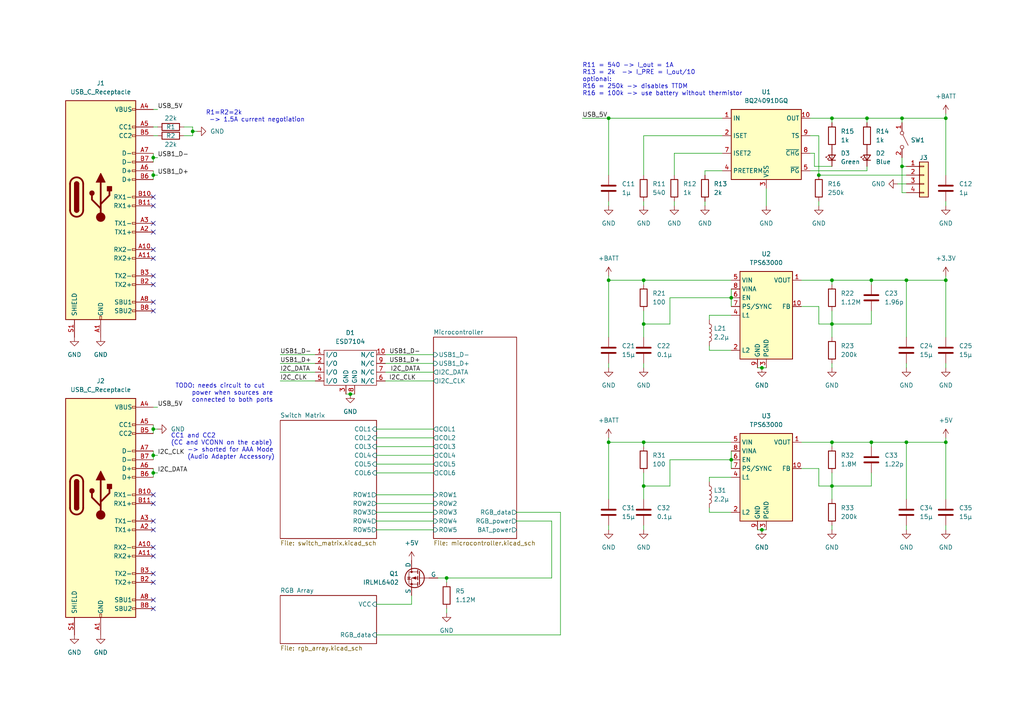
<source format=kicad_sch>
(kicad_sch (version 20230121) (generator eeschema)
  (paper "A4")
  (lib_symbols
    (symbol "Battery_Management:BQ24090DGQ"
      (property "Reference" "U" (at -9.398 13.462 0))
      (property "Value" "BQ24090DGQ" (at -3.81 11.43 0))
      (symbol "BQ24090DGQ_0_1"
        (rectangle (start -10.16 10.16) (end 10.16 -10.16) (stroke (width 0.254)) (fill (type background)))
      )
      (symbol "BQ24090DGQ_1_1"
        (pin power_in line (at -12.7 7.62 0) (length 2.54) (name "IN") (number "1"))
        (pin power_out line (at 12.7 7.62 180) (length 2.54) (name "OUT") (number "10"))
        (pin passive line (at 0 -12.7 90) (length 2.54) hide (name "VSS") (number "11"))
        (pin passive line (at -12.7 2.54 0) (length 2.54) (name "ISET") (number "2"))
        (pin power_in line (at 0 -12.7 90) (length 2.54) (name "VSS") (number "3"))
        (pin passive line (at -12.7 -7.62 0) (length 2.54) (name "PRETERM") (number "4"))
        (pin open_collector line (at 12.7 -7.62 180) (length 2.54) (name "~{PG}") (number "5"))
        (pin no_connect line (at 5.08 -10.16 90) (length 2.54) hide (name "NC") (number "6"))
        (pin passive line (at -12.7 -2.54 0) (length 2.54) (name "ISET2") (number "7"))
        (pin open_collector line (at 12.7 -2.54 180) (length 2.54) (name "~{CHG}") (number "8"))
        (pin passive line (at 12.7 2.54 180) (length 2.54) (name "TS") (number "9"))
      )
    )
    (symbol "Connector:USB_C_Receptacle" (pin_names (offset 1.016))
      (property "Reference" "J" (at -10.16 29.21 0))
      (property "Value" "USB_C_Receptacle" (at 10.16 29.21 0))
      (symbol "USB_C_Receptacle_0_0"
        (rectangle (start -0.254 -35.56) (end 0.254 -34.544))
        (rectangle (start 10.16 -32.766) (end 9.144 -33.274))
        (rectangle (start 10.16 -30.226) (end 9.144 -30.734))
        (rectangle (start 10.16 -25.146) (end 9.144 -25.654))
        (rectangle (start 10.16 -22.606) (end 9.144 -23.114))
        (rectangle (start 10.16 -17.526) (end 9.144 -18.034))
        (rectangle (start 10.16 -14.986) (end 9.144 -15.494))
        (rectangle (start 10.16 -9.906) (end 9.144 -10.414))
        (rectangle (start 10.16 -7.366) (end 9.144 -7.874))
        (rectangle (start 10.16 -2.286) (end 9.144 -2.794))
        (rectangle (start 10.16 0.254) (end 9.144 -0.254))
        (rectangle (start 10.16 5.334) (end 9.144 4.826))
        (rectangle (start 10.16 7.874) (end 9.144 7.366))
        (rectangle (start 10.16 10.414) (end 9.144 9.906))
        (rectangle (start 10.16 12.954) (end 9.144 12.446))
        (rectangle (start 10.16 18.034) (end 9.144 17.526))
        (rectangle (start 10.16 20.574) (end 9.144 20.066))
        (rectangle (start 10.16 25.654) (end 9.144 25.146))
      )
      (symbol "USB_C_Receptacle_0_1"
        (rectangle (start -10.16 27.94) (end 10.16 -35.56) (stroke (width 0.254)) (fill (type background)))
        (arc (start -8.89 -3.81) (mid -6.985 -5.7067) (end -5.08 -3.81) (stroke (width 0.508)))
        (arc (start -7.62 -3.81) (mid -6.985 -4.4423) (end -6.35 -3.81) (stroke (width 0.254)))
        (arc (start -7.62 -3.81) (mid -6.985 -4.4423) (end -6.35 -3.81) (stroke (width 0.254)) (fill (type outline)))
        (rectangle (start -7.62 -3.81) (end -6.35 3.81) (stroke (width 0.254)) (fill (type outline)))
        (arc (start -6.35 3.81) (mid -6.985 4.4423) (end -7.62 3.81) (stroke (width 0.254)))
        (arc (start -6.35 3.81) (mid -6.985 4.4423) (end -7.62 3.81) (stroke (width 0.254)) (fill (type outline)))
        (arc (start -5.08 3.81) (mid -6.985 5.7067) (end -8.89 3.81) (stroke (width 0.508)))
        (polyline (pts (xy -8.89 -3.81) (xy -8.89 3.81)) (stroke (width 0.508)))
        (polyline (pts (xy -5.08 3.81) (xy -5.08 -3.81)) (stroke (width 0.508)))
      )
      (symbol "USB_C_Receptacle_1_1"
        (circle (center -2.54 1.143) (radius 0.635) (stroke (width 0.254)) (fill (type outline)))
        (circle (center 0 -5.842) (radius 1.27) (fill (type outline)))
        (polyline (pts (xy 0 -5.842) (xy 0 4.318)) (stroke (width 0.508)))
        (polyline (pts (xy 0 -3.302) (xy -2.54 -0.762) (xy -2.54 0.508)) (stroke (width 0.508)))
        (polyline (pts (xy 0 -2.032) (xy 2.54 0.508) (xy 2.54 1.778)) (stroke (width 0.508)))
        (polyline (pts (xy -1.27 4.318) (xy 0 6.858) (xy 1.27 4.318) (xy -1.27 4.318)) (stroke (width 0.254)) (fill (type outline)))
        (rectangle (start 1.905 1.778) (end 3.175 3.048) (stroke (width 0.254)) (fill (type outline)))
        (pin passive line (at 0 -40.64 90) (length 5.08) (name "GND") (number "A1"))
        (pin bidirectional line (at 15.24 -15.24 180) (length 5.08) (name "RX2-") (number "A10"))
        (pin bidirectional line (at 15.24 -17.78 180) (length 5.08) (name "RX2+") (number "A11"))
        (pin passive line (at 0 -40.64 90) (length 5.08) hide (name "GND") (number "A12"))
        (pin bidirectional line (at 15.24 -10.16 180) (length 5.08) (name "TX1+") (number "A2"))
        (pin bidirectional line (at 15.24 -7.62 180) (length 5.08) (name "TX1-") (number "A3"))
        (pin passive line (at 15.24 25.4 180) (length 5.08) (name "VBUS") (number "A4"))
        (pin bidirectional line (at 15.24 20.32 180) (length 5.08) (name "CC1") (number "A5"))
        (pin bidirectional line (at 15.24 7.62 180) (length 5.08) (name "D+") (number "A6"))
        (pin bidirectional line (at 15.24 12.7 180) (length 5.08) (name "D-") (number "A7"))
        (pin bidirectional line (at 15.24 -30.48 180) (length 5.08) (name "SBU1") (number "A8"))
        (pin passive line (at 15.24 25.4 180) (length 5.08) hide (name "VBUS") (number "A9"))
        (pin passive line (at 0 -40.64 90) (length 5.08) hide (name "GND") (number "B1"))
        (pin bidirectional line (at 15.24 0 180) (length 5.08) (name "RX1-") (number "B10"))
        (pin bidirectional line (at 15.24 -2.54 180) (length 5.08) (name "RX1+") (number "B11"))
        (pin passive line (at 0 -40.64 90) (length 5.08) hide (name "GND") (number "B12"))
        (pin bidirectional line (at 15.24 -25.4 180) (length 5.08) (name "TX2+") (number "B2"))
        (pin bidirectional line (at 15.24 -22.86 180) (length 5.08) (name "TX2-") (number "B3"))
        (pin passive line (at 15.24 25.4 180) (length 5.08) hide (name "VBUS") (number "B4"))
        (pin bidirectional line (at 15.24 17.78 180) (length 5.08) (name "CC2") (number "B5"))
        (pin bidirectional line (at 15.24 5.08 180) (length 5.08) (name "D+") (number "B6"))
        (pin bidirectional line (at 15.24 10.16 180) (length 5.08) (name "D-") (number "B7"))
        (pin bidirectional line (at 15.24 -33.02 180) (length 5.08) (name "SBU2") (number "B8"))
        (pin passive line (at 15.24 25.4 180) (length 5.08) hide (name "VBUS") (number "B9"))
        (pin passive line (at -7.62 -40.64 90) (length 5.08) (name "SHIELD") (number "S1"))
      )
    )
    (symbol "Connector_Generic:Conn_01x04" (pin_names (offset 1.016) hide)
      (property "Reference" "J" (at 0 5.08 0))
      (property "Value" "Conn_01x04" (at 0 -7.62 0))
      (symbol "Conn_01x04_1_1"
        (rectangle (start -1.27 -4.953) (end 0 -5.207) (stroke (width 0.1524)))
        (rectangle (start -1.27 -2.413) (end 0 -2.667) (stroke (width 0.1524)))
        (rectangle (start -1.27 0.127) (end 0 -0.127) (stroke (width 0.1524)))
        (rectangle (start -1.27 2.667) (end 0 2.413) (stroke (width 0.1524)))
        (rectangle (start -1.27 3.81) (end 1.27 -6.35) (stroke (width 0.254)) (fill (type background)))
        (pin passive line (at -5.08 2.54 0) (length 3.81) (name "Pin_1") (number "1"))
        (pin passive line (at -5.08 0 0) (length 3.81) (name "Pin_2") (number "2"))
        (pin passive line (at -5.08 -2.54 0) (length 3.81) (name "Pin_3") (number "3"))
        (pin passive line (at -5.08 -5.08 0) (length 3.81) (name "Pin_4") (number "4"))
      )
    )
    (symbol "Device:C" (pin_numbers hide) (pin_names (offset 0.254))
      (property "Reference" "C" (at 0.635 2.54 0))
      (property "Value" "C" (at 0.635 -2.54 0))
      (symbol "C_0_1"
        (polyline (pts (xy -2.032 -0.762) (xy 2.032 -0.762)) (stroke (width 0.508)))
        (polyline (pts (xy -2.032 0.762) (xy 2.032 0.762)) (stroke (width 0.508)))
      )
      (symbol "C_1_1"
        (pin passive line (at 0 3.81 270) (length 2.794) (name "~") (number "1"))
        (pin passive line (at 0 -3.81 90) (length 2.794) (name "~") (number "2"))
      )
    )
    (symbol "Device:L" (pin_numbers hide) (pin_names (offset 1.016) hide)
      (property "Reference" "L" (at -1.27 0 90))
      (property "Value" "L" (at 1.905 0 90))
      (symbol "L_0_1"
        (arc (start 0 -2.54) (mid 0.6323 -1.905) (end 0 -1.27))
        (arc (start 0 -1.27) (mid 0.6323 -0.635) (end 0 0))
        (arc (start 0 0) (mid 0.6323 0.635) (end 0 1.27))
        (arc (start 0 1.27) (mid 0.6323 1.905) (end 0 2.54))
      )
      (symbol "L_1_1"
        (pin passive line (at 0 3.81 270) (length 1.27) (name "1") (number "1"))
        (pin passive line (at 0 -3.81 90) (length 1.27) (name "2") (number "2"))
      )
    )
    (symbol "Device:LED_Small" (pin_numbers hide) (pin_names (offset 0.254) hide)
      (property "Reference" "D" (at -1.27 3.175 0))
      (property "Value" "LED_Small" (at -4.445 -2.54 0))
      (symbol "LED_Small_0_1"
        (polyline (pts (xy -0.762 -1.016) (xy -0.762 1.016)) (stroke (width 0.254)))
        (polyline (pts (xy 1.016 0) (xy -0.762 0)))
        (polyline (pts (xy 0.762 -1.016) (xy -0.762 0) (xy 0.762 1.016) (xy 0.762 -1.016)) (stroke (width 0.254)))
        (polyline (pts (xy 0 0.762) (xy -0.508 1.27) (xy -0.254 1.27) (xy -0.508 1.27) (xy -0.508 1.016)))
        (polyline (pts (xy 0.508 1.27) (xy 0 1.778) (xy 0.254 1.778) (xy 0 1.778) (xy 0 1.524)))
      )
      (symbol "LED_Small_1_1"
        (pin passive line (at -2.54 0 0) (length 1.778) (name "K") (number "1"))
        (pin passive line (at 2.54 0 180) (length 1.778) (name "A") (number "2"))
      )
    )
    (symbol "Device:R" (pin_numbers hide) (pin_names (offset 0))
      (property "Reference" "R" (at 2.032 0 90))
      (property "Value" "R" (at 0 0 90))
      (symbol "R_0_1"
        (rectangle (start -1.016 -2.54) (end 1.016 2.54) (stroke (width 0.254)))
      )
      (symbol "R_1_1"
        (pin passive line (at 0 3.81 270) (length 1.27) (name "~") (number "1"))
        (pin passive line (at 0 -3.81 90) (length 1.27) (name "~") (number "2"))
      )
    )
    (symbol "Lily58:ESD7104"
      (property "Reference" "D" (at 0 8.89 0))
      (property "Value" "ESD7104" (at 0 6.35 0))
      (symbol "ESD7104_0_1"
        (rectangle (start -7.62 5.08) (end 7.62 -5.08))
      )
      (symbol "ESD7104_1_1"
        (pin input line (at -10.16 3.81 0) (length 2.54) (name "I/O") (number "1"))
        (pin output line (at 10.16 3.81 180) (length 2.54) (name "N/C") (number "10"))
        (pin input line (at -10.16 1.27 0) (length 2.54) (name "I/O") (number "2"))
        (pin output line (at -1.27 -7.62 90) (length 2.54) (name "GND") (number "3"))
        (pin input line (at -10.16 -1.27 0) (length 2.54) (name "I/O") (number "4"))
        (pin input line (at -10.16 -3.81 0) (length 2.54) (name "I/O") (number "5"))
        (pin output line (at 10.16 -3.81 180) (length 2.54) (name "N/C") (number "6"))
        (pin output line (at 10.16 -1.27 180) (length 2.54) (name "N/C") (number "7"))
        (pin output line (at 1.27 -7.62 90) (length 2.54) (name "GND") (number "8"))
        (pin output line (at 10.16 1.27 180) (length 2.54) (name "N/C") (number "9"))
      )
    )
    (symbol "Regulator_Switching:TPS63001"
      (property "Reference" "U" (at -7.62 13.97 0))
      (property "Value" "TPS63001" (at 5.08 13.97 0))
      (symbol "TPS63001_0_1"
        (rectangle (start -7.62 12.7) (end 7.62 -12.7) (stroke (width 0.254)) (fill (type background)))
      )
      (symbol "TPS63001_1_1"
        (pin power_out line (at 10.16 10.16 180) (length 2.54) (name "VOUT") (number "1"))
        (pin input line (at 10.16 2.54 180) (length 2.54) (name "FB") (number "10"))
        (pin passive line (at 0 -15.24 90) (length 2.54) hide (name "PGND") (number "11"))
        (pin input line (at -10.16 -10.16 0) (length 2.54) (name "L2") (number "2"))
        (pin power_in line (at 0 -15.24 90) (length 2.54) (name "PGND") (number "3"))
        (pin input line (at -10.16 0 0) (length 2.54) (name "L1") (number "4"))
        (pin power_in line (at -10.16 10.16 0) (length 2.54) (name "VIN") (number "5"))
        (pin input line (at -10.16 5.08 0) (length 2.54) (name "EN") (number "6"))
        (pin input line (at -10.16 2.54 0) (length 2.54) (name "PS/SYNC") (number "7"))
        (pin power_in line (at -10.16 7.62 0) (length 2.54) (name "VINA") (number "8"))
        (pin power_in line (at -2.54 -15.24 90) (length 2.54) (name "GND") (number "9"))
      )
    )
    (symbol "Simulation_SPICE:PMOS" (pin_numbers hide) (pin_names (offset 0))
      (property "Reference" "Q" (at 5.08 1.27 0))
      (property "Value" "PMOS" (at 5.08 -1.27 0))
      (symbol "PMOS_0_1"
        (polyline (pts (xy 0.254 0) (xy -2.54 0)))
        (polyline (pts (xy 0.254 1.905) (xy 0.254 -1.905)) (stroke (width 0.254)))
        (polyline (pts (xy 0.762 -1.27) (xy 0.762 -2.286)) (stroke (width 0.254)))
        (polyline (pts (xy 0.762 0.508) (xy 0.762 -0.508)) (stroke (width 0.254)))
        (polyline (pts (xy 0.762 2.286) (xy 0.762 1.27)) (stroke (width 0.254)))
        (polyline (pts (xy 2.54 2.54) (xy 2.54 1.778)))
        (polyline (pts (xy 2.54 -2.54) (xy 2.54 0) (xy 0.762 0)))
        (polyline (pts (xy 0.762 1.778) (xy 3.302 1.778) (xy 3.302 -1.778) (xy 0.762 -1.778)))
        (polyline (pts (xy 2.286 0) (xy 1.27 0.381) (xy 1.27 -0.381) (xy 2.286 0)) (fill (type outline)))
        (polyline (pts (xy 2.794 -0.508) (xy 2.921 -0.381) (xy 3.683 -0.381) (xy 3.81 -0.254)))
        (polyline (pts (xy 3.302 -0.381) (xy 2.921 0.254) (xy 3.683 0.254) (xy 3.302 -0.381)))
        (circle (center 1.651 0) (radius 2.794) (stroke (width 0.254)))
        (circle (center 2.54 -1.778) (radius 0.254) (fill (type outline)))
        (circle (center 2.54 1.778) (radius 0.254) (fill (type outline)))
      )
      (symbol "PMOS_1_1"
        (pin passive line (at 2.54 5.08 270) (length 2.54) (name "D") (number "1"))
        (pin input line (at -5.08 0 0) (length 2.54) (name "G") (number "2"))
        (pin passive line (at 2.54 -5.08 90) (length 2.54) (name "S") (number "3"))
      )
    )
    (symbol "Switch:SW_SPST" (pin_names (offset 0) hide)
      (property "Reference" "SW" (at 0 3.175 0))
      (property "Value" "SW_SPST" (at 0 -2.54 0))
      (symbol "SW_SPST_0_0"
        (circle (center -2.032 0) (radius 0.508))
        (polyline (pts (xy -1.524 0.254) (xy 1.524 1.778)))
        (circle (center 2.032 0) (radius 0.508))
      )
      (symbol "SW_SPST_1_1"
        (pin passive line (at -5.08 0 0) (length 2.54) (name "A") (number "1"))
        (pin passive line (at 5.08 0 180) (length 2.54) (name "B") (number "2"))
      )
    )
    (symbol "power:+3.3V" (power) (pin_names (offset 0))
      (property "Value" "+3.3V" (at 0 3.556 0))
      (symbol "+3.3V_0_1"
        (polyline (pts (xy -0.762 1.27) (xy 0 2.54)))
        (polyline (pts (xy 0 0) (xy 0 2.54)))
        (polyline (pts (xy 0 2.54) (xy 0.762 1.27)))
      )
      (symbol "+3.3V_1_1"
        (pin power_in line (at 0 0 90) (length 0) hide (name "+3.3V") (number "1"))
      )
    )
    (symbol "power:+5V" (power) (pin_names (offset 0))
      (property "Value" "+5V" (at 0 3.556 0))
      (symbol "+5V_0_1"
        (polyline (pts (xy -0.762 1.27) (xy 0 2.54)))
        (polyline (pts (xy 0 0) (xy 0 2.54)))
        (polyline (pts (xy 0 2.54) (xy 0.762 1.27)))
      )
      (symbol "+5V_1_1"
        (pin power_in line (at 0 0 90) (length 0) hide (name "+5V") (number "1"))
      )
    )
    (symbol "power:+BATT" (power) (pin_names (offset 0))
      (property "Value" "+BATT" (at 0 3.556 0))
      (symbol "+BATT_0_1"
        (polyline (pts (xy -0.762 1.27) (xy 0 2.54)))
        (polyline (pts (xy 0 0) (xy 0 2.54)))
        (polyline (pts (xy 0 2.54) (xy 0.762 1.27)))
      )
      (symbol "+BATT_1_1"
        (pin power_in line (at 0 0 90) (length 0) hide (name "+BATT") (number "1"))
      )
    )
    (symbol "power:GND" (power) (pin_names (offset 0))
      (property "Value" "GND" (at 0 -3.81 0))
      (symbol "GND_0_1"
        (polyline (pts (xy 0 0) (xy 0 -1.27) (xy 1.27 -1.27) (xy 0 -2.54) (xy -1.27 -1.27) (xy 0 -1.27)))
      )
      (symbol "GND_1_1"
        (pin power_in line (at 0 0 270) (length 0) hide (name "GND") (number "1"))
      )
    )
  )
  (junction (at 241.3 34.29))
  (junction (at 220.98 106.68))
  (junction (at 262.89 128.27))
  (junction (at 241.3 81.28))
  (junction (at 237.49 50.8))
  (junction (at 44.45 132.08))
  (junction (at 44.45 137.16))
  (junction (at 186.69 140.97))
  (junction (at 44.45 45.72))
  (junction (at 252.73 128.27))
  (junction (at 101.6 114.3))
  (junction (at 55.88 38.1))
  (junction (at 274.32 128.27))
  (junction (at 212.09 133.35))
  (junction (at 241.3 128.27))
  (junction (at 241.3 140.97))
  (junction (at 274.32 81.28))
  (junction (at 186.69 81.28))
  (junction (at 251.46 34.29))
  (junction (at 274.32 34.29))
  (junction (at 262.89 81.28))
  (junction (at 176.53 34.29))
  (junction (at 176.53 128.27))
  (junction (at 220.98 153.67))
  (junction (at 261.62 48.26))
  (junction (at 261.62 34.29))
  (junction (at 241.3 93.98))
  (junction (at 44.45 124.46))
  (junction (at 129.54 167.64))
  (junction (at 212.09 86.36))
  (junction (at 44.45 50.8))
  (junction (at 186.69 128.27))
  (junction (at 176.53 81.28))
  (junction (at 186.69 93.98))
  (junction (at 252.73 81.28))
  (no_connect (at 44.45 151.13))
  (no_connect (at 44.45 90.17))
  (no_connect (at 44.45 87.63))
  (no_connect (at 44.45 158.75))
  (no_connect (at 44.45 166.37))
  (no_connect (at 44.45 74.93))
  (no_connect (at 44.45 176.53))
  (no_connect (at 44.45 143.51))
  (no_connect (at 44.45 82.55))
  (no_connect (at 44.45 72.39))
  (no_connect (at 44.45 67.31))
  (no_connect (at 44.45 161.29))
  (no_connect (at 44.45 57.15))
  (no_connect (at 44.45 80.01))
  (no_connect (at 44.45 153.67))
  (no_connect (at 44.45 146.05))
  (no_connect (at 44.45 168.91))
  (no_connect (at 44.45 64.77))
  (no_connect (at 44.45 173.99))
  (no_connect (at 44.45 59.69))
  (wire (pts (xy 81.28 105.41) (xy 91.44 105.41)))
  (wire (pts (xy 55.88 38.1) (xy 55.88 39.37)))
  (wire (pts (xy 109.22 143.51) (xy 125.73 143.51)))
  (wire (pts (xy 111.76 102.87) (xy 125.73 102.87)))
  (wire (pts (xy 237.49 58.42) (xy 237.49 59.69)))
  (wire (pts (xy 261.62 34.29) (xy 274.32 34.29)))
  (wire (pts (xy 111.76 105.41) (xy 125.73 105.41)))
  (wire (pts (xy 44.45 124.46) (xy 44.45 125.73)))
  (wire (pts (xy 44.45 132.08) (xy 45.72 132.08)))
  (wire (pts (xy 241.3 90.17) (xy 241.3 93.98)))
  (wire (pts (xy 220.98 106.68) (xy 219.71 106.68)))
  (wire (pts (xy 241.3 105.41) (xy 241.3 106.68)))
  (wire (pts (xy 237.49 93.98) (xy 241.3 93.98)))
  (wire (pts (xy 109.22 151.13) (xy 125.73 151.13)))
  (wire (pts (xy 109.22 146.05) (xy 125.73 146.05)))
  (wire (pts (xy 212.09 138.43) (xy 205.74 138.43)))
  (wire (pts (xy 176.53 127) (xy 176.53 128.27)))
  (wire (pts (xy 45.72 118.11) (xy 44.45 118.11)))
  (wire (pts (xy 274.32 58.42) (xy 274.32 59.69)))
  (wire (pts (xy 237.49 88.9) (xy 237.49 93.98)))
  (wire (pts (xy 205.74 101.6) (xy 212.09 101.6)))
  (wire (pts (xy 241.3 128.27) (xy 252.73 128.27)))
  (wire (pts (xy 261.62 48.26) (xy 262.89 48.26)))
  (wire (pts (xy 186.69 81.28) (xy 186.69 82.55)))
  (wire (pts (xy 111.76 107.95) (xy 125.73 107.95)))
  (wire (pts (xy 109.22 129.54) (xy 125.73 129.54)))
  (wire (pts (xy 262.89 55.88) (xy 261.62 55.88)))
  (wire (pts (xy 241.3 93.98) (xy 241.3 97.79)))
  (wire (pts (xy 261.62 55.88) (xy 261.62 48.26)))
  (wire (pts (xy 241.3 34.29) (xy 251.46 34.29)))
  (wire (pts (xy 160.02 151.13) (xy 160.02 167.64)))
  (wire (pts (xy 44.45 36.83) (xy 45.72 36.83)))
  (wire (pts (xy 252.73 140.97) (xy 241.3 140.97)))
  (wire (pts (xy 232.41 81.28) (xy 241.3 81.28)))
  (wire (pts (xy 45.72 31.75) (xy 44.45 31.75)))
  (wire (pts (xy 241.3 152.4) (xy 241.3 153.67)))
  (wire (pts (xy 232.41 128.27) (xy 241.3 128.27)))
  (wire (pts (xy 205.74 148.59) (xy 212.09 148.59)))
  (wire (pts (xy 241.3 140.97) (xy 241.3 144.78)))
  (wire (pts (xy 186.69 93.98) (xy 194.31 93.98)))
  (wire (pts (xy 186.69 50.8) (xy 186.69 39.37)))
  (wire (pts (xy 44.45 50.8) (xy 44.45 49.53)))
  (wire (pts (xy 204.47 58.42) (xy 204.47 59.69)))
  (wire (pts (xy 119.38 175.26) (xy 109.22 175.26)))
  (wire (pts (xy 45.72 39.37) (xy 44.45 39.37)))
  (wire (pts (xy 109.22 148.59) (xy 125.73 148.59)))
  (wire (pts (xy 236.22 44.45) (xy 234.95 44.45)))
  (wire (pts (xy 241.3 137.16) (xy 241.3 140.97)))
  (wire (pts (xy 251.46 35.56) (xy 251.46 34.29)))
  (wire (pts (xy 212.09 130.81) (xy 212.09 133.35)))
  (wire (pts (xy 176.53 34.29) (xy 209.55 34.29)))
  (wire (pts (xy 205.74 138.43) (xy 205.74 139.7)))
  (wire (pts (xy 252.73 81.28) (xy 252.73 82.55)))
  (wire (pts (xy 237.49 39.37) (xy 234.95 39.37)))
  (wire (pts (xy 252.73 128.27) (xy 252.73 129.54)))
  (wire (pts (xy 127 167.64) (xy 129.54 167.64)))
  (wire (pts (xy 232.41 135.89) (xy 237.49 135.89)))
  (wire (pts (xy 212.09 81.28) (xy 186.69 81.28)))
  (wire (pts (xy 168.91 34.29) (xy 176.53 34.29)))
  (wire (pts (xy 186.69 90.17) (xy 186.69 93.98)))
  (wire (pts (xy 176.53 152.4) (xy 176.53 153.67)))
  (wire (pts (xy 44.45 50.8) (xy 44.45 52.07)))
  (wire (pts (xy 237.49 135.89) (xy 237.49 140.97)))
  (wire (pts (xy 129.54 167.64) (xy 160.02 167.64)))
  (wire (pts (xy 274.32 127) (xy 274.32 128.27)))
  (wire (pts (xy 251.46 34.29) (xy 261.62 34.29)))
  (wire (pts (xy 252.73 137.16) (xy 252.73 140.97)))
  (wire (pts (xy 274.32 33.02) (xy 274.32 34.29)))
  (wire (pts (xy 101.6 114.3) (xy 100.33 114.3)))
  (wire (pts (xy 261.62 45.72) (xy 261.62 48.26)))
  (wire (pts (xy 252.73 93.98) (xy 241.3 93.98)))
  (wire (pts (xy 109.22 184.15) (xy 162.56 184.15)))
  (wire (pts (xy 186.69 81.28) (xy 176.53 81.28)))
  (wire (pts (xy 237.49 50.8) (xy 262.89 50.8)))
  (wire (pts (xy 241.3 35.56) (xy 241.3 34.29)))
  (wire (pts (xy 186.69 128.27) (xy 176.53 128.27)))
  (wire (pts (xy 212.09 133.35) (xy 212.09 135.89)))
  (wire (pts (xy 234.95 49.53) (xy 251.46 49.53)))
  (wire (pts (xy 109.22 124.46) (xy 125.73 124.46)))
  (wire (pts (xy 204.47 49.53) (xy 204.47 50.8)))
  (wire (pts (xy 186.69 106.68) (xy 186.69 105.41)))
  (wire (pts (xy 176.53 50.8) (xy 176.53 34.29)))
  (wire (pts (xy 186.69 39.37) (xy 209.55 39.37)))
  (wire (pts (xy 45.72 50.8) (xy 44.45 50.8)))
  (wire (pts (xy 241.3 81.28) (xy 252.73 81.28)))
  (wire (pts (xy 234.95 34.29) (xy 241.3 34.29)))
  (wire (pts (xy 274.32 81.28) (xy 262.89 81.28)))
  (wire (pts (xy 274.32 34.29) (xy 274.32 50.8)))
  (wire (pts (xy 44.45 45.72) (xy 44.45 46.99)))
  (wire (pts (xy 176.53 128.27) (xy 176.53 144.78)))
  (wire (pts (xy 222.25 54.61) (xy 222.25 59.69)))
  (wire (pts (xy 274.32 80.01) (xy 274.32 81.28)))
  (wire (pts (xy 149.86 148.59) (xy 162.56 148.59)))
  (wire (pts (xy 260.35 53.34) (xy 262.89 53.34)))
  (wire (pts (xy 274.32 105.41) (xy 274.32 106.68)))
  (wire (pts (xy 209.55 49.53) (xy 204.47 49.53)))
  (wire (pts (xy 81.28 107.95) (xy 91.44 107.95)))
  (wire (pts (xy 111.76 110.49) (xy 125.73 110.49)))
  (wire (pts (xy 212.09 91.44) (xy 205.74 91.44)))
  (wire (pts (xy 194.31 93.98) (xy 194.31 86.36)))
  (wire (pts (xy 236.22 48.26) (xy 236.22 44.45)))
  (wire (pts (xy 81.28 102.87) (xy 91.44 102.87)))
  (wire (pts (xy 212.09 86.36) (xy 212.09 88.9)))
  (wire (pts (xy 241.3 81.28) (xy 241.3 82.55)))
  (wire (pts (xy 45.72 137.16) (xy 44.45 137.16)))
  (wire (pts (xy 237.49 39.37) (xy 237.49 50.8)))
  (wire (pts (xy 44.45 130.81) (xy 44.45 132.08)))
  (wire (pts (xy 186.69 137.16) (xy 186.69 140.97)))
  (wire (pts (xy 44.45 44.45) (xy 44.45 45.72)))
  (wire (pts (xy 44.45 123.19) (xy 44.45 124.46)))
  (wire (pts (xy 252.73 81.28) (xy 262.89 81.28)))
  (wire (pts (xy 162.56 148.59) (xy 162.56 184.15)))
  (wire (pts (xy 176.53 80.01) (xy 176.53 81.28)))
  (wire (pts (xy 274.32 144.78) (xy 274.32 128.27)))
  (wire (pts (xy 222.25 153.67) (xy 220.98 153.67)))
  (wire (pts (xy 55.88 36.83) (xy 55.88 38.1)))
  (wire (pts (xy 55.88 38.1) (xy 57.15 38.1)))
  (wire (pts (xy 109.22 134.62) (xy 125.73 134.62)))
  (wire (pts (xy 251.46 48.26) (xy 251.46 49.53)))
  (wire (pts (xy 109.22 132.08) (xy 125.73 132.08)))
  (wire (pts (xy 186.69 140.97) (xy 186.69 144.78)))
  (wire (pts (xy 262.89 153.67) (xy 262.89 152.4)))
  (wire (pts (xy 149.86 151.13) (xy 160.02 151.13)))
  (wire (pts (xy 209.55 44.45) (xy 195.58 44.45)))
  (wire (pts (xy 237.49 140.97) (xy 241.3 140.97)))
  (wire (pts (xy 129.54 177.8) (xy 129.54 176.53)))
  (wire (pts (xy 232.41 88.9) (xy 237.49 88.9)))
  (wire (pts (xy 205.74 100.33) (xy 205.74 101.6)))
  (wire (pts (xy 241.3 48.26) (xy 236.22 48.26)))
  (wire (pts (xy 212.09 83.82) (xy 212.09 86.36)))
  (wire (pts (xy 205.74 147.32) (xy 205.74 148.59)))
  (wire (pts (xy 176.53 58.42) (xy 176.53 59.69)))
  (wire (pts (xy 186.69 140.97) (xy 194.31 140.97)))
  (wire (pts (xy 274.32 97.79) (xy 274.32 81.28)))
  (wire (pts (xy 101.6 114.3) (xy 102.87 114.3)))
  (wire (pts (xy 81.28 110.49) (xy 91.44 110.49)))
  (wire (pts (xy 44.45 137.16) (xy 44.45 138.43)))
  (wire (pts (xy 220.98 153.67) (xy 219.71 153.67)))
  (wire (pts (xy 274.32 128.27) (xy 262.89 128.27)))
  (wire (pts (xy 176.53 106.68) (xy 176.53 105.41)))
  (wire (pts (xy 186.69 128.27) (xy 186.69 129.54)))
  (wire (pts (xy 212.09 128.27) (xy 186.69 128.27)))
  (wire (pts (xy 186.69 93.98) (xy 186.69 97.79)))
  (wire (pts (xy 194.31 140.97) (xy 194.31 133.35)))
  (wire (pts (xy 119.38 172.72) (xy 119.38 175.26)))
  (wire (pts (xy 195.58 44.45) (xy 195.58 50.8)))
  (wire (pts (xy 186.69 152.4) (xy 186.69 153.67)))
  (wire (pts (xy 186.69 58.42) (xy 186.69 59.69)))
  (wire (pts (xy 262.89 105.41) (xy 262.89 106.68)))
  (wire (pts (xy 109.22 153.67) (xy 125.73 153.67)))
  (wire (pts (xy 176.53 81.28) (xy 176.53 97.79)))
  (wire (pts (xy 262.89 144.78) (xy 262.89 128.27)))
  (wire (pts (xy 109.22 127) (xy 125.73 127)))
  (wire (pts (xy 194.31 86.36) (xy 212.09 86.36)))
  (wire (pts (xy 241.3 128.27) (xy 241.3 129.54)))
  (wire (pts (xy 252.73 128.27) (xy 262.89 128.27)))
  (wire (pts (xy 222.25 106.68) (xy 220.98 106.68)))
  (wire (pts (xy 53.34 36.83) (xy 55.88 36.83)))
  (wire (pts (xy 195.58 58.42) (xy 195.58 59.69)))
  (wire (pts (xy 274.32 153.67) (xy 274.32 152.4)))
  (wire (pts (xy 194.31 133.35) (xy 212.09 133.35)))
  (wire (pts (xy 109.22 137.16) (xy 125.73 137.16)))
  (wire (pts (xy 205.74 91.44) (xy 205.74 92.71)))
  (wire (pts (xy 44.45 132.08) (xy 44.45 133.35)))
  (wire (pts (xy 252.73 90.17) (xy 252.73 93.98)))
  (wire (pts (xy 45.72 45.72) (xy 44.45 45.72)))
  (wire (pts (xy 129.54 168.91) (xy 129.54 167.64)))
  (wire (pts (xy 262.89 97.79) (xy 262.89 81.28)))
  (wire (pts (xy 44.45 124.46) (xy 45.72 124.46)))
  (wire (pts (xy 44.45 135.89) (xy 44.45 137.16)))
  (wire (pts (xy 55.88 39.37) (xy 53.34 39.37)))
  (wire (pts (xy 261.62 34.29) (xy 261.62 35.56)))
  (text "R11 = 540 -> I_out = 1A\nR13 = 2k  -> I_PRE = I_out/10\noptional:\nR16 = 250k -> disables TTDM\nR16 = 100k -> use battery without thermistor" (at 168.91 27.94 0) (effects (font (size 1.27 1.27)) (justify left bottom)))
  (text "R1=R2=2k\n -> 1.5A current negotiation" (at 59.69 35.56 0) (effects (font (size 1.27 1.27)) (justify left bottom)))
  (text "TODO: needs circuit to cut\n	power when sources are\n	connected to both ports" (at 50.8 116.84 0) (effects (font (size 1.27 1.27)) (justify left bottom)))
  (text "CC1 and CC2\n(CC and VCONN on the cable)\n	-> shorted for AAA Mode\n	(Audio Adapter Accessory)" (at 49.53 133.35 0) (effects (font (size 1.27 1.27)) (justify left bottom)))
  (label "USB1_D+" (at 81.28 105.41 0))
  (label "USB1_D-" (at 121.92 102.87 180))
  (label "I2C_CLK" (at 120.65 110.49 180))
  (label "USB1_D+" (at 121.92 105.41 180))
  (label "I2C_DATA" (at 121.92 107.95 180))
  (label "I2C_CLK" (at 45.72 132.08 0))
  (label "USB1_D-" (at 45.72 45.72 0))
  (label "USB_5V" (at 168.91 34.29 0))
  (label "USB_5V" (at 45.72 31.75 0))
  (label "I2C_DATA" (at 81.28 107.95 0))
  (label "USB1_D+" (at 45.72 50.8 0))
  (label "I2C_DATA" (at 45.72 137.16 0))
  (label "USB1_D-" (at 81.28 102.87 0))
  (label "USB_5V" (at 45.72 118.11 0))
  (label "I2C_CLK" (at 81.28 110.49 0))
  (symbol (lib_id "power:GND") (at 220.98 106.68 0) (unit 1)
    (property "Reference" "#PWR01" (effects hide))
    (property "Value" "GND" (at 220.98 111.76 0))
  )
  (symbol (lib_id "power:GND") (at 241.3 153.67 0) (unit 1)
    (property "Reference" "#PWR026" (effects hide))
    (property "Value" "GND" (at 241.3 158.75 0))
  )
  (symbol (lib_id "Device:C") (at 186.69 101.6 0) (unit 1)
    (property "Reference" "C22" (at 190.5 100.33 0) (effects (justify left)))
    (property "Value" "0.1µ" (at 190.5 102.87 0) (effects (justify left)))
  )
  (symbol (lib_id "power:GND") (at 21.59 97.79 0) (unit 1)
    (property "Reference" "#PWR03" (effects hide))
    (property "Value" "GND" (at 21.59 102.87 0))
  )
  (symbol (lib_id "Device:R") (at 251.46 39.37 0) (unit 1)
    (property "Reference" "R14" (at 254 38.1 0) (effects (justify left)))
    (property "Value" "1k" (at 254 40.64 0) (effects (justify left)))
  )
  (symbol (lib_id "power:+BATT") (at 176.53 80.01 0) (unit 1)
    (property "Reference" "#PWR019" (effects hide))
    (property "Value" "+BATT" (at 176.53 74.93 0))
  )
  (symbol (lib_id "Lily58:ESD7104") (at 101.6 106.68 0) (unit 1)
    (property "Reference" "D1" (at 101.6 96.52 0))
    (property "Value" "ESD7104" (at 101.6 99.06 0))
    (property "Footprint" "Lily58:UDFN10 2.5x1 0.5Pitch wide center pad" (effects hide))
    (property "Datasheet" "${KIPROJMOD}/datasheets/ESD7104-D.pdf" (effects hide))
  )
  (symbol (lib_id "Device:R") (at 237.49 54.61 0) (unit 1)
    (property "Reference" "R16" (at 240.03 53.34 0) (effects (justify left)))
    (property "Value" "250k" (at 240.03 55.88 0) (effects (justify left)))
  )
  (symbol (lib_id "Device:C") (at 274.32 101.6 0) (unit 1)
    (property "Reference" "C25" (at 278.13 100.33 0) (effects (justify left)))
    (property "Value" "15µ" (at 278.13 102.87 0) (effects (justify left)))
  )
  (symbol (lib_id "Device:L") (at 205.74 143.51 0) (unit 1)
    (property "Reference" "L31" (at 207.01 142.24 0) (effects (justify left)))
    (property "Value" "2.2µ" (at 207.01 144.78 0) (effects (justify left)))
  )
  (symbol (lib_id "Device:C") (at 252.73 133.35 0) (unit 1)
    (property "Reference" "C33" (at 256.54 132.08 0) (effects (justify left)))
    (property "Value" "1.22p" (at 256.54 134.62 0) (effects (justify left)))
  )
  (symbol (lib_id "Device:R") (at 49.53 39.37 90) (unit 1)
    (property "Reference" "R2" (at 49.53 39.37 90))
    (property "Value" "22k" (at 49.53 41.91 90))
    (property "Footprint" "Resistor_SMD:R_0805_2012Metric_Pad1.20x1.40mm_HandSolder" (effects hide))
  )
  (symbol (lib_id "Device:R") (at 195.58 54.61 0) (unit 1)
    (property "Reference" "R12" (at 198.12 53.34 0) (effects (justify left)))
    (property "Value" "1k" (at 198.12 55.88 0) (effects (justify left)))
  )
  (symbol (lib_id "power:GND") (at 195.58 59.69 0) (unit 1)
    (property "Reference" "#PWR04" (effects hide))
    (property "Value" "GND" (at 195.58 64.77 0))
  )
  (symbol (lib_id "power:GND") (at 29.21 184.15 0) (unit 1)
    (property "Reference" "#PWR013" (effects hide))
    (property "Value" "GND" (at 29.21 189.23 0))
  )
  (symbol (lib_id "power:GND") (at 262.89 153.67 0) (unit 1)
    (property "Reference" "#PWR027" (effects hide))
    (property "Value" "GND" (at 262.89 158.75 0))
  )
  (symbol (lib_id "Device:R") (at 49.53 36.83 90) (unit 1)
    (property "Reference" "R1" (at 49.53 36.83 90))
    (property "Value" "22k" (at 49.53 34.29 90))
    (property "Footprint" "Resistor_SMD:R_0805_2012Metric_Pad1.20x1.40mm_HandSolder" (effects hide))
  )
  (symbol (lib_id "power:GND") (at 21.59 184.15 0) (unit 1)
    (property "Reference" "#PWR014" (effects hide))
    (property "Value" "GND" (at 21.59 189.23 0))
  )
  (symbol (lib_id "power:GND") (at 45.72 124.46 90) (unit 1)
    (property "Reference" "#PWR016" (effects hide))
    (property "Value" "GND" (at 49.53 124.46 90) (effects (justify right)))
  )
  (symbol (lib_id "Device:C") (at 274.32 148.59 0) (unit 1)
    (property "Reference" "C35" (at 278.13 147.32 0) (effects (justify left)))
    (property "Value" "15µ" (at 278.13 149.86 0) (effects (justify left)))
  )
  (symbol (lib_id "Device:R") (at 186.69 54.61 0) (unit 1)
    (property "Reference" "R11" (at 189.23 53.34 0) (effects (justify left)))
    (property "Value" "540" (at 189.23 55.88 0) (effects (justify left)))
  )
  (symbol (lib_id "power:GND") (at 237.49 59.69 0) (unit 1)
    (property "Reference" "#PWR011" (effects hide))
    (property "Value" "GND" (at 237.49 64.77 0))
  )
  (symbol (lib_id "Battery_Management:BQ24090DGQ") (at 222.25 41.91 0) (unit 1)
    (property "Reference" "U1" (at 222.25 26.67 0))
    (property "Value" "BQ24091DGQ" (at 222.25 29.21 0))
    (property "Footprint" "Package_SO:HVSSOP-10-1EP_3x3mm_P0.5mm_EP1.57x1.88mm_ThermalVias" (effects hide))
    (property "Datasheet" "http://www.ti.com/lit/ds/symlink/bq24090.pdf" (effects hide))
  )
  (symbol (lib_id "Device:L") (at 205.74 96.52 0) (unit 1)
    (property "Reference" "L21" (at 207.01 95.25 0) (effects (justify left)))
    (property "Value" "2.2µ" (at 207.01 97.79 0) (effects (justify left)))
  )
  (symbol (lib_id "Device:C") (at 176.53 101.6 0) (unit 1)
    (property "Reference" "C21" (at 180.34 100.33 0) (effects (justify left)))
    (property "Value" "15µ" (at 180.34 102.87 0) (effects (justify left)))
  )
  (symbol (lib_id "power:+5V") (at 119.38 162.56 0) (unit 1)
    (property "Reference" "#PWR041" (effects hide))
    (property "Value" "+5V" (at 119.38 157.48 0))
  )
  (symbol (lib_id "Device:C") (at 176.53 148.59 0) (unit 1)
    (property "Reference" "C31" (at 180.34 147.32 0) (effects (justify left)))
    (property "Value" "15µ" (at 180.34 149.86 0) (effects (justify left)))
  )
  (symbol (lib_id "Device:R") (at 129.54 172.72 0) (unit 1)
    (property "Reference" "R5" (at 132.08 171.45 0) (effects (justify left)))
    (property "Value" "1.12M" (at 132.08 173.99 0) (effects (justify left)))
  )
  (symbol (lib_id "power:GND") (at 274.32 106.68 0) (unit 1)
    (property "Reference" "#PWR021" (effects hide))
    (property "Value" "GND" (at 274.32 111.76 0))
  )
  (symbol (lib_id "power:GND") (at 262.89 106.68 0) (unit 1)
    (property "Reference" "#PWR020" (effects hide))
    (property "Value" "GND" (at 262.89 111.76 0))
  )
  (symbol (lib_id "Connector:USB_C_Receptacle") (at 29.21 143.51 0) (unit 1)
    (property "Reference" "J2" (at 29.21 110.49 0))
    (property "Value" "USB_C_Receptacle" (at 29.21 113.03 0))
    (property "Footprint" "Connector_USB:USB_C_Receptacle_Amphenol_12401548E4-2A_CircularHoles" (effects hide))
    (property "Datasheet" "https://www.usb.org/sites/default/files/documents/usb_type-c.zip" (effects hide))
  )
  (symbol (lib_id "power:GND") (at 274.32 59.69 0) (unit 1)
    (property "Reference" "#PWR033" (effects hide))
    (property "Value" "GND" (at 274.32 64.77 0))
  )
  (symbol (lib_id "Connector_Generic:Conn_01x04") (at 267.97 50.8 0) (unit 1)
    (property "Reference" "J3" (at 266.7 45.72 0) (effects (justify left)))
    (property "Value" "Conn_01x04" (effects hide))
  )
  (symbol (lib_id "power:GND") (at 220.98 153.67 0) (unit 1)
    (property "Reference" "#PWR025" (effects hide))
    (property "Value" "GND" (at 220.98 158.75 0))
  )
  (symbol (lib_id "power:GND") (at 186.69 106.68 0) (unit 1)
    (property "Reference" "#PWR06" (effects hide))
    (property "Value" "GND" (at 186.69 111.76 0))
  )
  (symbol (lib_id "Device:C") (at 262.89 148.59 0) (unit 1)
    (property "Reference" "C34" (at 266.7 147.32 0) (effects (justify left)))
    (property "Value" "15µ" (at 266.7 149.86 0) (effects (justify left)))
  )
  (symbol (lib_id "power:GND") (at 29.21 97.79 0) (unit 1)
    (property "Reference" "#PWR02" (effects hide))
    (property "Value" "GND" (at 29.21 102.87 0))
  )
  (symbol (lib_id "Regulator_Switching:TPS63001") (at 222.25 138.43 0) (unit 1)
    (property "Reference" "U3" (at 222.25 120.65 0))
    (property "Value" "TPS63000" (at 222.25 123.19 0))
    (property "Footprint" "Package_SON:Texas_DRC0010J_ThermalVias" (effects hide))
    (property "Datasheet" "http://www.ti.com/lit/ds/symlink/tps63000.pdf" (effects hide))
  )
  (symbol (lib_id "power:GND") (at 176.53 153.67 0) (unit 1)
    (property "Reference" "#PWR023" (effects hide))
    (property "Value" "GND" (at 176.53 158.75 0))
  )
  (symbol (lib_id "power:GND") (at 101.6 114.3 0) (unit 1)
    (property "Reference" "#PWR08" (effects hide))
    (property "Value" "GND" (at 101.6 119.38 0))
  )
  (symbol (lib_id "Device:R") (at 204.47 54.61 0) (unit 1)
    (property "Reference" "R13" (at 207.01 53.34 0) (effects (justify left)))
    (property "Value" "2k" (at 207.01 55.88 0) (effects (justify left)))
  )
  (symbol (lib_id "Device:R") (at 241.3 101.6 0) (unit 1)
    (property "Reference" "R23" (at 243.84 100.33 0) (effects (justify left)))
    (property "Value" "200k" (at 243.84 102.87 0) (effects (justify left)))
  )
  (symbol (lib_id "power:GND") (at 176.53 59.69 0) (unit 1)
    (property "Reference" "#PWR030" (effects hide))
    (property "Value" "GND" (at 176.53 64.77 0))
  )
  (symbol (lib_id "power:+5V") (at 274.32 127 0) (unit 1)
    (property "Reference" "#PWR028" (effects hide))
    (property "Value" "+5V" (at 274.32 121.92 0))
  )
  (symbol (lib_id "Device:C") (at 262.89 101.6 0) (unit 1)
    (property "Reference" "C24" (at 266.7 100.33 0) (effects (justify left)))
    (property "Value" "15µ" (at 266.7 102.87 0) (effects (justify left)))
  )
  (symbol (lib_id "Device:C") (at 176.53 54.61 0) (unit 1)
    (property "Reference" "C11" (at 180.34 53.34 0) (effects (justify left)))
    (property "Value" "1µ" (at 180.34 55.88 0) (effects (justify left)))
  )
  (symbol (lib_id "Device:R") (at 241.3 133.35 0) (unit 1)
    (property "Reference" "R32" (at 243.84 132.08 0) (effects (justify left)))
    (property "Value" "1.8M" (at 243.84 134.62 0) (effects (justify left)))
  )
  (symbol (lib_id "Device:R") (at 241.3 39.37 0) (unit 1)
    (property "Reference" "R15" (at 243.84 38.1 0) (effects (justify left)))
    (property "Value" "1k" (at 243.84 40.64 0) (effects (justify left)))
  )
  (symbol (lib_id "power:GND") (at 57.15 38.1 90) (unit 1)
    (property "Reference" "#PWR09" (effects hide))
    (property "Value" "GND" (at 60.96 38.1 90) (effects (justify right)))
  )
  (symbol (lib_id "Device:R") (at 241.3 86.36 0) (unit 1)
    (property "Reference" "R22" (at 243.84 85.09 0) (effects (justify left)))
    (property "Value" "1.12M" (at 243.84 87.63 0) (effects (justify left)))
  )
  (symbol (lib_id "power:GND") (at 129.54 177.8 0) (unit 1)
    (property "Reference" "#PWR0104" (effects hide))
    (property "Value" "GND" (at 129.54 182.88 0))
  )
  (symbol (lib_id "Switch:SW_SPST") (at 261.62 40.64 270) (unit 1)
    (property "Reference" "SW1" (at 264.16 40.64 90) (effects (justify left)))
    (property "Value" "SW_SPST" (effects hide))
  )
  (symbol (lib_id "power:+3.3V") (at 274.32 80.01 0) (unit 1)
    (property "Reference" "#PWR022" (effects hide))
    (property "Value" "+3.3V" (at 274.32 74.93 0))
  )
  (symbol (lib_id "power:GND") (at 260.35 53.34 270) (unit 1)
    (property "Reference" "#PWR010" (effects hide))
    (property "Value" "GND" (at 252.73 53.34 90) (effects (justify left)))
  )
  (symbol (lib_id "power:+BATT") (at 274.32 33.02 0) (unit 1)
    (property "Reference" "#PWR07" (effects hide))
    (property "Value" "+BATT" (at 274.32 27.94 0))
  )
  (symbol (lib_id "power:+BATT") (at 176.53 127 0) (unit 1)
    (property "Reference" "#PWR018" (effects hide))
    (property "Value" "+BATT" (at 176.53 121.92 0))
  )
  (symbol (lib_id "power:GND") (at 176.53 106.68 0) (unit 1)
    (property "Reference" "#PWR012" (effects hide))
    (property "Value" "GND" (at 176.53 111.76 0))
  )
  (symbol (lib_id "Device:LED_Small") (at 241.3 45.72 90) (unit 1)
    (property "Reference" "D3" (at 243.84 44.45 90) (effects (justify right)))
    (property "Value" "Green" (at 243.84 46.9265 90) (effects (justify right)))
  )
  (symbol (lib_id "Device:R") (at 186.69 133.35 0) (unit 1)
    (property "Reference" "R31" (at 189.23 132.08 0) (effects (justify left)))
    (property "Value" "100" (at 189.23 134.62 0) (effects (justify left)))
  )
  (symbol (lib_id "Simulation_SPICE:PMOS") (at 121.92 167.64 0) (mirror y) (unit 1)
    (property "Reference" "Q1" (at 114.3 166.37 0))
    (property "Value" "IRLML6402" (at 110.49 168.91 0))
    (property "Datasheet" "https://ngspice.sourceforge.io/docs/ngspice-manual.pdf" (effects hide))
    (property "Sim.Device" "PMOS" (effects hide))
    (property "Sim.Type" "VDMOS" (effects hide))
    (property "Sim.Pins" "1=D 2=G 3=S" (effects hide))
  )
  (symbol (lib_id "Device:C") (at 274.32 54.61 0) (unit 1)
    (property "Reference" "C12" (at 278.13 53.34 0) (effects (justify left)))
    (property "Value" "1µ" (at 278.13 55.88 0) (effects (justify left)))
  )
  (symbol (lib_id "Device:C") (at 186.69 148.59 0) (unit 1)
    (property "Reference" "C32" (at 190.5 147.32 0) (effects (justify left)))
    (property "Value" "0.1µ" (at 190.5 149.86 0) (effects (justify left)))
  )
  (symbol (lib_id "power:GND") (at 186.69 59.69 0) (unit 1)
    (property "Reference" "#PWR031" (effects hide))
    (property "Value" "GND" (at 186.69 64.77 0))
  )
  (symbol (lib_id "power:GND") (at 222.25 59.69 0) (unit 1)
    (property "Reference" "#PWR034" (effects hide))
    (property "Value" "GND" (at 222.25 64.77 0))
  )
  (symbol (lib_id "power:GND") (at 204.47 59.69 0) (unit 1)
    (property "Reference" "#PWR032" (effects hide))
    (property "Value" "GND" (at 204.47 64.77 0))
  )
  (symbol (lib_id "Device:LED_Small") (at 251.46 45.72 90) (unit 1)
    (property "Reference" "D2" (at 254 44.45 90) (effects (justify right)))
    (property "Value" "Blue" (at 254 46.9265 90) (effects (justify right)))
  )
  (symbol (lib_id "Device:R") (at 186.69 86.36 0) (unit 1)
    (property "Reference" "R21" (at 189.23 85.09 0) (effects (justify left)))
    (property "Value" "100" (at 189.23 87.63 0) (effects (justify left)))
  )
  (symbol (lib_id "Connector:USB_C_Receptacle") (at 29.21 57.15 0) (unit 1)
    (property "Reference" "J1" (at 29.21 24.13 0))
    (property "Value" "USB_C_Receptacle" (at 29.21 26.67 0))
    (property "Footprint" "Connector_USB:USB_C_Receptacle_Amphenol_12401548E4-2A_CircularHoles" (effects hide))
    (property "Datasheet" "https://www.usb.org/sites/default/files/documents/usb_type-c.zip" (effects hide))
  )
  (symbol (lib_id "Regulator_Switching:TPS63001") (at 222.25 91.44 0) (unit 1)
    (property "Reference" "U2" (at 222.25 73.66 0))
    (property "Value" "TPS63000" (at 222.25 76.2 0))
    (property "Footprint" "Package_SON:Texas_DRC0010J_ThermalVias" (effects hide))
    (property "Datasheet" "http://www.ti.com/lit/ds/symlink/tps63000.pdf" (effects hide))
  )
  (symbol (lib_id "Device:C") (at 252.73 86.36 0) (unit 1)
    (property "Reference" "C23" (at 256.54 85.09 0) (effects (justify left)))
    (property "Value" "1.96p" (at 256.54 87.63 0) (effects (justify left)))
  )
  (symbol (lib_id "power:GND") (at 186.69 153.67 0) (unit 1)
    (property "Reference" "#PWR024" (effects hide))
    (property "Value" "GND" (at 186.69 158.75 0))
  )
  (symbol (lib_id "power:GND") (at 274.32 153.67 0) (unit 1)
    (property "Reference" "#PWR029" (effects hide))
    (property "Value" "GND" (at 274.32 158.75 0))
  )
  (symbol (lib_id "power:GND") (at 241.3 106.68 0) (unit 1)
    (property "Reference" "#PWR017" (effects hide))
    (property "Value" "GND" (at 241.3 111.76 0))
  )
  (symbol (lib_id "Device:R") (at 241.3 148.59 0) (unit 1)
    (property "Reference" "R33" (at 243.84 147.32 0) (effects (justify left)))
    (property "Value" "200k" (at 243.84 149.86 0) (effects (justify left)))
  )
  (sheet (at 81.28 172.72) (size 27.94 13.97) (stroke (width 0.1524))
    (property "Sheetname" "RGB Array" (at 81.28 172.0084 0) (effects (justify left bottom)))
    (property "Sheetfile" "rgb_array.kicad_sch" (at 81.28 187.2746 0) (effects (justify left top)))
    (pin "RGB_data" input (at 109.22 184.15 0))
    (pin "VCC" input (at 109.22 175.26 0))
  )
  (sheet (at 81.28 121.92) (size 27.94 34.29) (stroke (width 0.1524))
    (property "Sheetname" "Switch Matrix" (at 81.28 121.2084 0) (effects (justify left bottom)))
    (property "Sheetfile" "switch_matrix.kicad_sch" (at 81.28 156.7946 0) (effects (justify left top)))
    (pin "ROW3" output (at 109.22 148.59 0))
    (pin "ROW2" output (at 109.22 146.05 0))
    (pin "ROW4" output (at 109.22 151.13 0))
    (pin "ROW1" output (at 109.22 143.51 0))
    (pin "ROW5" output (at 109.22 153.67 0))
    (pin "COL3" input (at 109.22 129.54 0))
    (pin "COL4" input (at 109.22 132.08 0))
    (pin "COL5" input (at 109.22 134.62 0))
    (pin "COL6" input (at 109.22 137.16 0))
    (pin "COL1" input (at 109.22 124.46 0))
    (pin "COL2" input (at 109.22 127 0))
  )
  (sheet (at 125.73 97.79) (size 24.13 58.42) (stroke (width 0.1524))
    (property "Sheetname" "Microcontroller" (at 125.73 97.0784 0) (effects (justify left bottom)))
    (property "Sheetfile" "microcontroller.kicad_sch" (at 125.73 156.7946 0) (effects (justify left top)))
    (pin "ROW1" input (at 125.73 143.51 180))
    (pin "COL5" output (at 125.73 134.62 180))
    (pin "COL4" output (at 125.73 132.08 180))
    (pin "COL3" output (at 125.73 129.54 180))
    (pin "ROW3" input (at 125.73 148.59 180))
    (pin "ROW4" input (at 125.73 151.13 180))
    (pin "ROW2" input (at 125.73 146.05 180))
    (pin "COL2" output (at 125.73 127 180))
    (pin "COL1" output (at 125.73 124.46 180))
    (pin "USB1_D+" input (at 125.73 105.41 180))
    (pin "USB1_D-" input (at 125.73 102.87 180))
    (pin "COL6" output (at 125.73 137.16 180))
    (pin "ROW5" input (at 125.73 153.67 180))
    (pin "RGB_power" output (at 149.86 151.13 0))
    (pin "RGB_data" output (at 149.86 148.59 0))
    (pin "BAT_power" output (at 149.86 153.67 0))
    (pin "I2C_CLK" output (at 125.73 110.49 180))
    (pin "I2C_DATA" output (at 125.73 107.95 180))
  )
)
</source>
